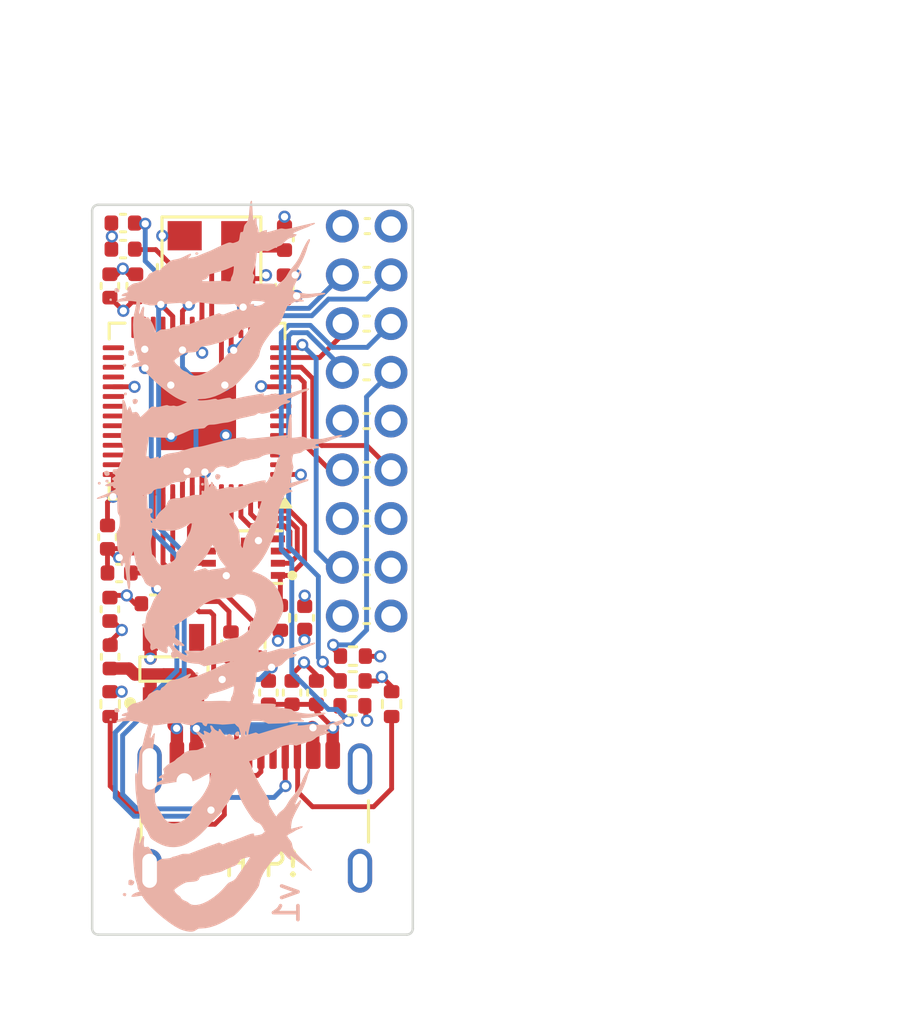
<source format=kicad_pcb>
(kicad_pcb (version 20240108) (generator "pcbnew") (generator_version "8.0")
  (layers (0 "F.Cu" signal) (1 "In1.Cu" signal) (2 "In2.Cu" signal) (31 "B.Cu" signal) (34 "B.Paste" user) (35 "F.Paste" user) (36 "B.SilkS" user "B.Silkscreen") (37 "F.SilkS" user "F.Silkscreen") (38 "B.Mask" user) (39 "F.Mask" user) (44 "Edge.Cuts" user))
  (net 0 "")
  (net 1 "/XOUT")
  (net 2 "/GND")
  (net 3 "/XIN")
  (net 4 "/3V3")
  (net 5 "/1V1")
  (net 6 "/5V")
  (net 7 "/USB_DN")
  (net 8 "Net-(J1-CC1)")
  (net 9 "/USB_DP")
  (net 10 "Net-(J1-CC2)")
  (net 13 "Net-(U3-USB_DP)")
  (net 14 "Net-(U3-USB_DM)")
  (net 15 "/QSPI_SS")
  (net 16 "/QSPI_SD2")
  (net 17 "/QSPI_SD3")
  (net 18 "/QSPI_SCLK")
  (net 19 "/QSPI_SD1")
  (net 20 "/QSPI_SD0")
  (net 45 "/RXD")
  (net 46 "/PLUG")
  (net 47 "/A2")
  (net 48 "/TXD")
  (net 49 "/A0")
  (net 50 "/A1")
  (net 51 "/SCL")
  (net 52 "/RST")
  (net 53 "/SDA")
  (net 55 "/SWCLK")
  (net 56 "/SWD")
  (footprint "Capacitor_SMD:C_0402_1005Metric" (layer "F.Cu") (at 116.03 94.48 90)
    (property "Reference" "C13" (hide yes))
    (property "Value" "0.1uF")
  )
  (footprint "aditBoard:SOT-25-5_L2.9-W1.6-P0.95-LS2.8-BL" (layer "F.Cu") (at 117.7002 99.90205)
    (property "Reference" "U4" (hide yes))
    (property "Value" "AP2112K-3.3TRG1")
  )
  (footprint "Capacitor_SMD:C_0402_1005Metric" (layer "F.Cu") (at 114.99 94.49 90)
    (property "Reference" "C11" (hide yes))
    (property "Value" "0.1uF")
  )
  (footprint "Resistor_SMD:R_0402_1005Metric" (layer "F.Cu") (at 122.09 97.8 90)
    (property "Reference" "R1" (hide yes))
    (property "Value" "10k")
  )
  (footprint "Capacitor_SMD:C_0402_1005Metric" (layer "F.Cu") (at 115.63 82.67)
    (property "Reference" "C2" (hide yes))
    (property "Value" "30pF")
  )
  (footprint "aditBoard:USON8_L2.0-W3.0-P0.50-BL-EP" (layer "F.Cu") (at 120.57 95.31 90)
    (property "Reference" "U2" (hide yes))
    (property "Value" "W25X40CLUXIG TR")
  )
  (footprint "Capacitor_SMD:C_0402_1005Metric" (layer "F.Cu") (at 115.63 81.6)
    (property "Reference" "C7" (hide yes))
    (property "Value" "0.1uF")
  )
  (footprint "aditBoard:PinHeader_2x09_P2.00mm_Horizontal" (layer "F.Cu") (at 124.635 81.725)
    (property "Reference" "J2" (hide yes))
    (property "Value" "Hashboard0")
  )
  (footprint "Capacitor_SMD:C_0402_1005Metric" (layer "F.Cu") (at 116.15 84.18 -90)
    (property "Reference" "C10" (hide yes))
    (property "Value" "0.1uF")
  )
  (footprint "Capacitor_SMD:C_0402_1005Metric" (layer "F.Cu") (at 116.86 97.22)
    (property "Reference" "C18" (hide yes))
    (property "Value" "1uF")
  )
  (footprint "Package_DFN_QFN:QFN-56-1EP_7x7mm_P0.4mm_EP3.2x3.2mm" (layer "F.Cu") (at 118.67 89.3175 180)
    (property "Reference" "U3" (hide yes))
    (property "Value" "RP2040")
  )
  (footprint "Capacitor_SMD:C_0402_1005Metric" (layer "F.Cu") (at 115.09 84.18 -90)
    (property "Reference" "C14" (hide yes))
    (property "Value" "0.1uF")
  )
  (footprint "Capacitor_SMD:C_0402_1005Metric" (layer "F.Cu") (at 121.6 100.87 90)
    (property "Reference" "C6" (hide yes))
    (property "Value" "0.1uF")
  )
  (footprint "aditBoard:OSC-SMD_4P-L3.2-W2.5-BL" (layer "F.Cu") (at 119.26 83)
    (property "Reference" "Y1" (hide yes))
    (property "Value" "12MHz")
  )
  (footprint "Capacitor_SMD:C_0402_1005Metric" (layer "F.Cu") (at 122.25 84.22 -90)
    (property "Reference" "C12" (hide yes))
    (property "Value" "0.1uF")
  )
  (footprint "Capacitor_SMD:C_0402_1005Metric" (layer "F.Cu") (at 122.57 100.87 90)
    (property "Reference" "C5" (hide yes))
    (property "Value" "0.1uF")
  )
  (footprint "Capacitor_SMD:C_0402_1005Metric" (layer "F.Cu") (at 115.1 99.4 90)
    (property "Reference" "C17" (hide yes))
    (property "Value" "1uF")
  )
  (footprint "Resistor_SMD:R_0402_1005Metric" (layer "F.Cu") (at 115.1 101.34 -90)
    (property "Reference" "R4" (hide yes))
    (property "Value" "5.1k")
  )
  (footprint "Resistor_SMD:R_0402_1005Metric" (layer "F.Cu") (at 126.66 101.34 -90)
    (property "Reference" "R5" (hide yes))
    (property "Value" "5.1k")
  )
  (footprint "Capacitor_SMD:C_0402_1005Metric" (layer "F.Cu") (at 123.57 100.87 90)
    (property "Reference" "C16" (hide yes))
    (property "Value" "0.1uF")
  )
  (footprint "Resistor_SMD:R_0402_1005Metric" (layer "F.Cu") (at 120.06 98.89 90)
    (property "Reference" "R3" (hide yes))
    (property "Value" "33")
  )
  (footprint "Capacitor_SMD:C_0402_1005Metric" (layer "F.Cu") (at 122.26 82.23 -90)
    (property "Reference" "C4" (hide yes))
    (property "Value" "30pF")
  )
  (footprint "Resistor_SMD:R_0402_1005Metric" (layer "F.Cu") (at 121.08 98.89 90)
    (property "Reference" "R2" (hide yes))
    (property "Value" "33")
  )
  (footprint "Resistor_SMD:R_0402_1005Metric" (layer "F.Cu") (at 125.07 99.37)
    (property "Reference" "R27" (hide yes))
    (property "Value" "4.7K")
  )
  (footprint "Resistor_SMD:R_0402_1005Metric" (layer "F.Cu") (at 125.05 101.41)
    (property "Reference" "R29" (hide yes))
    (property "Value" "4.7K")
  )
  (footprint "Capacitor_SMD:C_0402_1005Metric" (layer "F.Cu") (at 123.09 97.8 -90)
    (property "Reference" "C15" (hide yes))
    (property "Value" "0.1uF")
  )
  (footprint "aditBoard:USB_C_Receptacle_GCT_USB4105-xx-A_16P_TopMnt_Horizontal" (layer "F.Cu") (at 121.04 107.105)
    (property "Reference" "J1" (hide yes))
    (property "Value" "USB_C_Receptacle_USB2.0")
  )
  (footprint "Capacitor_SMD:C_0402_1005Metric" (layer "F.Cu") (at 115.09 97.45 -90)
    (property "Reference" "C9" (hide yes))
    (property "Value" "1uF")
  )
  (footprint "Resistor_SMD:R_0402_1005Metric" (layer "F.Cu") (at 125.06 100.39 180)
    (property "Reference" "R25" (hide yes))
    (property "Value" "4.7K")
  )
  (footprint "Capacitor_SMD:C_0402_1005Metric" (layer "F.Cu") (at 115.47 95.96)
    (property "Reference" "C8" (hide yes))
    (property "Value" "1uF")
  )
  (footprint "aditBoard:logo" (layer "B.Cu") (at 119.75 95.67 -90)
    (property "Reference" "G***" (hide yes))
    (property "Value" "LOGO" (hide yes))
  )
  (gr_arc (start 114.36 81.1) (mid 114.433223 80.923223) (end 114.61 80.85) (stroke (width 0.1)) (layer "Edge.Cuts"))
  (gr_line (start 114.61 80.85) (end 127.28 80.85) (stroke (width 0.1)) (layer "Edge.Cuts"))
  (gr_arc (start 114.61 110.8) (mid 114.433223 110.726777) (end 114.36 110.55) (stroke (width 0.1)) (layer "Edge.Cuts"))
  (gr_arc (start 127.28 80.85) (mid 127.456777 80.923223) (end 127.53 81.1) (stroke (width 0.1)) (layer "Edge.Cuts"))
  (gr_line (start 127.53 81.1) (end 127.53 110.55) (stroke (width 0.1)) (layer "Edge.Cuts"))
  (gr_line (start 127.28 110.8) (end 114.61 110.8) (stroke (width 0.1)) (layer "Edge.Cuts"))
  (gr_line (start 114.36 110.55) (end 114.36 81.1) (stroke (width 0.1)) (layer "Edge.Cuts"))
  (gr_arc (start 127.53 110.55) (mid 127.456777 110.726777) (end 127.28 110.8) (stroke (width 0.1)) (layer "Edge.Cuts"))
  (gr_text "v1" (at 122.94 108.56 90) (layer "B.SilkS") (effects (font (size 1 1)) (justify left bottom mirror)))
  (gr_text "HtP!" (at 119.65 108.5 0) (layer "F.SilkS") (effects (font (size 1 1)) (justify left bottom)))
  (segment (start 118.87 85.88) (end 118.87 84.59) (width 0.2) (layer "F.Cu") (net 1))
  (segment (start 118.87 84.59) (end 118.16 83.88) (width 0.2) (layer "F.Cu") (net 1))
  (segment (start 118.16 83.88) (end 116.97 82.69) (width 0.2) (layer "F.Cu") (net 1))
  (segment (start 116.97 82.69) (end 116.11 82.69) (width 0.2) (layer "F.Cu") (net 1))
  (segment (start 114.99 95.96) (end 114.99 95.81) (width 0.2) (layer "F.Cu") (net 2))
  (segment (start 117.84 103.425) (end 117.84 102.34) (width 0.508) (layer "F.Cu") (net 2))
  (segment (start 122.69 83.74) (end 122.7 83.73) (width 0.2) (layer "F.Cu") (net 2))
  (segment (start 115.47 95.33) (end 115.35 95.33) (width 0.2) (layer "F.Cu") (net 2))
  (segment (start 115.09 98.71) (end 115.17 98.71) (width 0.2) (layer "F.Cu") (net 2))
  (segment (start 114.99 94.97) (end 114.99 95.96) (width 0.2) (layer "F.Cu") (net 2))
  (segment (start 126.09 100.39) (end 126.26 100.22) (width 0.2) (layer "F.Cu") (net 2))
  (segment (start 115.15 81.6) (end 115.15 82.13) (width 0.2) (layer "F.Cu") (net 2))
  (segment (start 120.57 95.25) (end 121.19 94.63) (width 0.2) (layer "F.Cu") (net 2))
  (segment (start 123.57 101.35) (end 122.57 101.35) (width 0.2) (layer "F.Cu") (net 2))
  (segment (start 125.6 101.42) (end 125.6 101.97) (width 0.2) (layer "F.Cu") (net 2))
  (segment (start 126.66 100.62) (end 126.26 100.22) (width 0.2) (layer "F.Cu") (net 2))
  (segment (start 117.83 102.33) (end 117.71 102.21) (width 0.508) (layer "F.Cu") (net 2))
  (segment (start 123.58 101.64) (end 124.25 102.31) (width 0.2) (layer "F.Cu") (net 2))
  (segment (start 120.57 95.31) (end 120.57 95.25) (width 0.2) (layer "F.Cu") (net 2))
  (segment (start 117.34 96.9) (end 117.04 96.6) (width 0.2) (layer "F.Cu") (net 2))
  (segment (start 117.71 102.21) (end 117.71 101.2898) (width 0.508) (layer "F.Cu") (net 2))
  (segment (start 115.15 82.13) (end 115.17 82.15) (width 0.2) (layer "F.Cu") (net 2))
  (segment (start 121.36 83.88) (end 121.5 83.74) (width 0.2) (layer "F.Cu") (net 2))
  (segment (start 119.67 88.3175) (end 118.67 89.3175) (width 0.2) (layer "F.Cu") (net 2))
  (segment (start 120.36 83.88) (end 121.36 83.88) (width 0.2) (layer "F.Cu") (net 2))
  (segment (start 115.34 83.75) (end 115.62 83.47) (width 0.2) (layer "F.Cu") (net 2))
  (segment (start 115.1 97.84) (end 115.12 97.84) (width 0.2) (layer "F.Cu") (net 2))
  (segment (start 124.24 103.425) (end 124.24 102.32) (width 0.508) (layer "F.Cu") (net 2))
  (segment (start 115.12 97.84) (end 115.58 98.3) (width 0.2) (layer "F.Cu") (net 2))
  (segment (start 115 94.96) (end 114.99 94.97) (width 0.2) (layer "F.Cu") (net 2))
  (segment (start 119.67 88.11) (end 119.81 88.25) (width 0.2) (layer "F.Cu") (net 2))
  (segment (start 116.16 83.74) (end 115.89 83.74) (width 0.2) (layer "F.Cu") (net 2))
  (segment (start 121.26 94.56) (end 121.19 94.63) (width 0.2) (layer "F.Cu") (net 2))
  (segment (start 126.66 100.83) (end 126.66 100.62) (width 0.2) (layer "F.Cu") (net 2))
  (segment (start 122.57 101.35) (end 121.6 101.35) (width 0.2) (layer "F.Cu") (net 2))
  (segment (start 125.57 100.39) (end 126.09 100.39) (width 0.2) (layer "F.Cu") (net 2))
  (segment (start 119.67 85.88) (end 119.67 88.11) (width 0.2) (layer "F.Cu") (net 2))
  (segment (start 121.99 94.56) (end 121.26 94.56) (width 0.2) (layer "F.Cu") (net 2))
  (segment (start 117.34 97.22) (end 117.34 96.9) (width 0.2) (layer "F.Cu") (net 2))
  (segment (start 125.6 101.97) (end 125.65 102.02) (width 0.2) (layer "F.Cu") (net 2))
  (segment (start 115.15 82.17) (end 115.17 82.15) (width 0.2) (layer "F.Cu") (net 2))
  (segment (start 117.84 102.34) (end 117.83 102.33) (width 0.508) (layer "F.Cu") (net 2))
  (segment (start 119.81 88.25) (end 119.67 88.3175) (width 0.2) (layer "F.Cu") (net 2))
  (segment (start 117.24 82.12) (end 118.16 82.12) (width 0.2) (layer "F.Cu") (net 2))
  (segment (start 115.17 98.71) (end 115.58 98.3) (width 0.2) (layer "F.Cu") (net 2))
  (segment (start 115.1 100.83) (end 115.57 100.83) (width 0.2) (layer "F.Cu") (net 2))
  (segment (start 115.35 95.33) (end 114.99 94.97) (width 0.2) (layer "F.Cu") (net 2))
  (segment (start 123.58 101.3) (end 123.58 101.64) (width 0.2) (layer "F.Cu") (net 2))
  (segment (start 116.03 94.96) (end 115 94.96) (width 0.2) (layer "F.Cu") (net 2))
  (segment (start 117.71 101.2898) (end 117.7002 101.28) (width 0.508) (layer "F.Cu") (net 2))
  (segment (start 115.89 83.74) (end 115.62 83.47) (width 0.2) (layer "F.Cu") (net 2))
  (segment (start 115.1 83.75) (end 115.34 83.75) (width 0.2) (layer "F.Cu") (net 2))
  (segment (start 122.26 81.75) (end 122.26 81.34) (width 0.2) (layer "F.Cu") (net 2))
  (segment (start 124.24 102.32) (end 124.25 102.31) (width 0.508) (layer "F.Cu") (net 2))
  (segment (start 123.09 97.32) (end 123.09 96.89) (width 0.2) (layer "F.Cu") (net 2))
  (segment (start 115.15 82.69) (end 115.15 82.17) (width 0.2) (layer "F.Cu") (net 2))
  (segment (start 125.6 99.38) (end 126.19 99.38) (width 0.2) (layer "F.Cu") (net 2))
  (segment (start 122.25 83.74) (end 122.69 83.74) (width 0.2) (layer "F.Cu") (net 2))
  (via (at 126.26 100.22) (size 0.5) (drill 0.3) (layers "F.Cu" "B.Cu") (net 2))
  (via (at 115.47 95.33) (size 0.5) (drill 0.3) (layers "F.Cu" "B.Cu") (net 2))
  (via (at 124.25 102.31) (size 0.5) (drill 0.3) (layers "F.Cu" "B.Cu") (net 2))
  (via (at 117.24 82.12) (size 0.5) (drill 0.3) (layers "F.Cu" "B.Cu") (net 2))
  (via (at 117.59 88.25) (size 0.5) (drill 0.3) (layers "F.Cu" "B.Cu") (net 2))
  (via (at 119.85 90.31) (size 0.5) (drill 0.3) (layers "F.Cu" "B.Cu") (net 2))
  (via (at 121.5 83.74) (size 0.5) (drill 0.3) (layers "F.Cu" "B.Cu") (net 2))
  (via (at 115.58 98.3) (size 0.5) (drill 0.3) (layers "F.Cu" "B.Cu") (net 2))
  (via (at 115.57 100.83) (size 0.5) (drill 0.3) (layers "F.Cu" "B.Cu") (net 2))
  (via (at 117.83 102.33) (size 0.5) (drill 0.3) (layers "F.Cu" "B.Cu") (net 2))
  (via (at 122.7 83.73) (size 0.5) (drill 0.3) (layers "F.Cu" "B.Cu") (net 2))
  (via (at 123.09 96.89) (size 0.5) (drill 0.3) (layers "F.Cu" "B.Cu") (net 2))
  (via (at 117.04 96.6) (size 0.5) (drill 0.3) (layers "F.Cu" "B.Cu") (net 2))
  (via (at 115.62 83.47) (size 0.5) (drill 0.3) (layers "F.Cu" "B.Cu") (net 2))
  (via (at 122.26 81.34) (size 0.5) (drill 0.3) (layers "F.Cu" "B.Cu") (net 2))
  (via (at 126.19 99.38) (size 0.5) (drill 0.3) (layers "F.Cu" "B.Cu") (net 2))
  (via (at 115.17 82.15) (size 0.5) (drill 0.3) (layers "F.Cu" "B.Cu") (net 2))
  (via (at 117.6 90.34) (size 0.5) (drill 0.3) (layers "F.Cu" "B.Cu") (net 2))
  (via (at 119.81 88.25) (size 0.5) (drill 0.3) (layers "F.Cu" "B.Cu") (net 2))
  (via (at 121.19 94.63) (size 0.5) (drill 0.3) (layers "F.Cu" "B.Cu") (net 2))
  (via (at 125.65 102.02) (size 0.5) (drill 0.3) (layers "F.Cu" "B.Cu") (net 2))
  (segment (start 119.27 85.88) (end 119.27 83.21) (width 0.2) (layer "F.Cu") (net 3))
  (segment (start 122.26 82.71) (end 120.95 82.71) (width 0.2) (layer "F.Cu") (net 3))
  (segment (start 120.95 82.71) (end 120.36 82.12) (width 0.2) (layer "F.Cu") (net 3))
  (segment (start 119.27 83.21) (end 120.36 82.12) (width 0.2) (layer "F.Cu") (net 3))
  (segment (start 121.3 88.3) (end 121.3175 88.3175) (width 0.2) (layer "F.Cu") (net 4))
  (segment (start 119.86 96.06) (end 119.87 96.07) (width 0.2) (layer "F.Cu") (net 4))
  (segment (start 118.47 85.88) (end 118.47 86.51) (width 0.2) (layer "F.Cu") (net 4))
  (segment (start 122.1075 91.9175) (end 122.9175 91.9175) (width 0.2) (layer "F.Cu") (net 4))
  (segment (start 116.52 86.78) (end 116.87 86.43) (width 0.2) (layer "F.Cu") (net 4))
  (segment (start 123.09 98.28) (end 123.09 98.7) (width 0.2) (layer "F.Cu") (net 4))
  (segment (start 118.47 92) (end 118.26 91.79) (width 0.2) (layer "F.Cu") (net 4))
  (segment (start 122.56 100.35) (end 122.56 100.13) (width 0.2) (layer "F.Cu") (net 4))
  (segment (start 116.87 86.43) (end 116.87 85.88) (width 0.2) (layer "F.Cu") (net 4))
  (segment (start 116.7604 99.4596) (end 116.75 99.47) (width 0.508) (layer "F.Cu") (net 4))
  (segment (start 122 98.73) (end 121.99 98.74) (width 0.2) (layer "F.Cu") (net 4))
  (segment (start 118.47 92.755) (end 118.47 92) (width 0.2) (layer "F.Cu") (net 4))
  (segment (start 116.0975 88.3175) (end 116.1 88.32) (width 0.2) (layer "F.Cu") (net 4))
  (segment (start 122.76 84.59) (end 122.36 84.59) (width 0.2) (layer "F.Cu") (net 4))
  (segment (start 122 98.33) (end 122 98.73) (width 0.2) (layer "F.Cu") (net 4))
  (segment (start 118.07 91.98) (end 118.26 91.79) (width 0.2) (layer "F.Cu") (net 4))
  (segment (start 121.3175 88.3175) (end 122.1075 88.3175) (width 0.2) (layer "F.Cu") (net 4))
  (segment (start 122.56 100.13) (end 123.06 99.63) (width 0.2) (layer "F.Cu") (net 4))
  (segment (start 115.2325 88.3175) (end 116.0975 88.3175) (width 0.2) (layer "F.Cu") (net 4))
  (segment (start 116.12 97.22) (end 115.78 96.88) (width 0.2) (layer "F.Cu") (net 4))
  (segment (start 116.47 92.755) (end 116.07 92.755) (width 0.2) (layer "F.Cu") (net 4))
  (segment (start 118.07 92.755) (end 118.07 91.98) (width 0.2) (layer "F.Cu") (net 4))
  (segment (start 115.1 96.88) (end 115.78 96.88) (width 0.2) (layer "F.Cu") (net 4))
  (segment (start 115.295 92.755) (end 115.22 92.83) (width 0.2) (layer "F.Cu") (net 4))
  (segment (start 116.07 92.755) (end 115.295 92.755) (width 0.2) (layer "F.Cu") (net 4))
  (segment (start 114.99 94.01) (end 114.99 93.06) (width 0.2) (layer "F.Cu") (net 4))
  (segment (start 122.36 84.59) (end 122.25 84.7) (width 0.2) (layer "F.Cu") (net 4))
  (segment (start 123.58 100.34) (end 123.58 100.15) (width 0.2) (layer "F.Cu") (net 4))
  (segment (start 115.2325 92.8175) (end 115.22 92.83) (width 0.2) (layer "F.Cu") (net 4))
  (segment (start 119.15 96.06) (end 119.86 96.06) (width 0.2) (layer "F.Cu") (net 4))
  (segment (start 116.16 84.7) (end 116.14 84.7) (width 0.2) (layer "F.Cu") (net 4))
  (segment (start 122.9175 91.9175) (end 122.93 91.93) (width 0.2) (layer "F.Cu") (net 4))
  (segment (start 116.07 93.96) (end 116.07 92.755) (width 0.2) (layer "F.Cu") (net 4))
  (segment (start 116.14 84.7) (end 115.64 85.2) (width 0.2) (layer "F.Cu") (net 4))
  (segment (start 115.2325 91.9175) (end 115.2325 92.8175) (width 0.2) (layer "F.Cu") (net 4))
  (segment (start 115.15 84.71) (end 115.64 85.2) (width 0.2) (layer "F.Cu") (net 4))
  (segment (start 116.7604 98.5241) (end 116.7604 99.4596) (width 0.508) (layer "F.Cu") (net 4))
  (segment (start 123.58 100.15) (end 123.06 99.63) (width 0.2) (layer "F.Cu") (net 4))
  (segment (start 115.1 84.71) (end 115.15 84.71) (width 0.2) (layer "F.Cu") (net 4))
  (segment (start 116.03 94) (end 116.07 93.96) (width 0.2) (layer "F.Cu") (net 4))
  (segment (start 114.99 93.06) (end 115.22 92.83) (width 0.2) (layer "F.Cu") (net 4))
  (segment (start 118.47 86.51) (end 118.88 86.92) (width 0.2) (layer "F.Cu") (net 4))
  (segment (start 123.09 98.7) (end 123.08 98.71) (width 0.2) (layer "F.Cu") (net 4))
  (segment (start 116.38 97.22) (end 116.12 97.22) (width 0.2) (layer "F.Cu") (net 4))
  (via (at 116.1 88.32) (size 0.5) (drill 0.3) (layers "F.Cu" "B.Cu") (net 4))
  (via (at 118.26 91.79) (size 0.5) (drill 0.3) (layers "F.Cu" "B.Cu") (net 4))
  (via (at 118.88 86.92) (size 0.5) (drill 0.3) (layers "F.Cu" "B.Cu") (net 4))
  (via (at 122.93 91.93) (size 0.5) (drill 0.3) (layers "F.Cu" "B.Cu") (net 4))
  (via (at 116.75 99.47) (size 0.5) (drill 0.3) (layers "F.Cu" "B.Cu") (net 4))
  (via (at 123.06 99.63) (size 0.5) (drill 0.3) (layers "F.Cu" "B.Cu") (net 4))
  (via (at 119.87 96.07) (size 0.5) (drill 0.3) (layers "F.Cu" "B.Cu") (net 4))
  (via (at 123.08 98.71) (size 0.5) (drill 0.3) (layers "F.Cu" "B.Cu") (net 4))
  (via (at 122.76 84.59) (size 0.5) (drill 0.3) (layers "F.Cu" "B.Cu") (net 4))
  (via (at 116.52 86.78) (size 0.5) (drill 0.3) (layers "F.Cu" "B.Cu") (net 4))
  (via (at 115.78 96.88) (size 0.5) (drill 0.3) (layers "F.Cu" "B.Cu") (net 4))
  (via (at 121.3 88.3) (size 0.5) (drill 0.3) (layers "F.Cu" "B.Cu") (net 4))
  (via (at 121.99 98.74) (size 0.5) (drill 0.3) (layers "F.Cu" "B.Cu") (net 4))
  (via (at 115.22 92.83) (size 0.5) (drill 0.3) (layers "F.Cu" "B.Cu") (net 4))
  (via (at 115.64 85.2) (size 0.5) (drill 0.3) (layers "F.Cu" "B.Cu") (net 4))
  (segment (start 121.6 100.39) (end 121.6 99.96) (width 0.2) (layer "F.Cu") (net 5))
  (segment (start 116.87 95.04) (end 116.87 95.66) (width 0.2) (layer "F.Cu") (net 5))
  (segment (start 116.88 91.94) (end 116.88 92.745) (width 0.2) (layer "F.Cu") (net 5))
  (segment (start 116.87 92.755) (end 116.87 95.04) (width 0.2) (layer "F.Cu") (net 5))
  (segment (start 116.54 81.63) (end 116.14 81.63) (width 0.2) (layer "F.Cu") (net 5))
  (segment (start 118.07 85.88) (end 118.07 85.21) (width 0.2) (layer "F.Cu") (net 5))
  (segment (start 118.87 92.755) (end 118.87 91.94) (width 0.2) (layer "F.Cu") (net 5))
  (segment (start 118.47 91.29) (end 118.99 91.81) (width 0.2) (layer "F.Cu") (net 5))
  (segment (start 119.35 99.98) (end 119.7 100.33) (width 0.2) (layer "F.Cu") (net 5))
  (segment (start 116.14 81.63) (end 116.11 81.6) (width 0.2) (layer "F.Cu") (net 5))
  (segment (start 117.53 91.29) (end 118.47 91.29) (width 0.2) (layer "F.Cu") (net 5))
  (segment (start 118.99 91.81) (end 118.99 91.82) (width 0.2) (layer "F.Cu") (net 5))
  (segment (start 118.87 91.94) (end 118.99 91.82) (width 0.2) (layer "F.Cu") (net 5))
  (segment (start 119.35 97.69) (end 119.35 99.98) (width 0.2) (layer "F.Cu") (net 5))
  (segment (start 116.88 91.94) (end 117.53 91.29) (width 0.2) (layer "F.Cu") (net 5))
  (segment (start 119.21 97.55) (end 119.35 97.69) (width 0.2) (layer "F.Cu") (net 5))
  (segment (start 118.07 85.88) (end 118.07 86.81) (width 0.2) (layer "F.Cu") (net 5))
  (segment (start 116.87 95.66) (end 116.57 95.96) (width 0.2) (layer "F.Cu") (net 5))
  (segment (start 118.76 97.55) (end 119.21 97.55) (width 0.2) (layer "F.Cu") (net 5))
  (segment (start 116.87 95.66) (end 118.76 97.55) (width 0.2) (layer "F.Cu") (net 5))
  (segment (start 121.6 99.96) (end 121.73 99.83) (width 0.2) (layer "F.Cu") (net 5))
  (segment (start 116.57 95.96) (end 115.95 95.96) (width 0.2) (layer "F.Cu") (net 5))
  (segment (start 116.88 92.745) (end 116.87 92.755) (width 0.2) (layer "F.Cu") (net 5))
  (segment (start 118.07 85.21) (end 118.33 84.95) (width 0.2) (layer "F.Cu") (net 5))
  (via (at 116.54 81.63) (size 0.5) (drill 0.3) (layers "F.Cu" "B.Cu") (net 5))
  (via (at 119.7 100.33) (size 0.5) (drill 0.3) (layers "F.Cu" "B.Cu") (net 5))
  (via (at 121.73 99.83) (size 0.5) (drill 0.3) (layers "F.Cu" "B.Cu") (net 5))
  (via (at 118.99 91.82) (size 0.5) (drill 0.3) (layers "F.Cu" "B.Cu") (net 5))
  (via (at 118.33 84.95) (size 0.5) (drill 0.3) (layers "F.Cu" "B.Cu") (net 5))
  (via (at 118.07 86.81) (size 0.5) (drill 0.3) (layers "F.Cu" "B.Cu") (net 5))
  (segment (start 119.7 100.33) (end 121.23 100.33) (width 0.2) (layer "B.Cu") (net 5))
  (segment (start 116.54 83.16) (end 116.54 81.63) (width 0.2) (layer "B.Cu") (net 5))
  (segment (start 118.76 91.582893) (end 118.76 91.59) (width 0.2) (layer "B.Cu") (net 5))
  (segment (start 118.624541 88.084541) (end 118.624541 91.447434) (width 0.2) (layer "B.Cu") (net 5))
  (segment (start 118.07 86.81) (end 118.07 87.53) (width 0.2) (layer "B.Cu") (net 5))
  (segment (start 118.624541 91.447434) (end 118.76 91.582893) (width 0.2) (layer "B.Cu") (net 5))
  (segment (start 118.76 91.59) (end 118.99 91.82) (width 0.2) (layer "B.Cu") (net 5))
  (segment (start 118.33 84.95) (end 116.54 83.16) (width 0.2) (layer "B.Cu") (net 5))
  (segment (start 118.07 87.53) (end 118.624541 88.084541) (width 0.2) (layer "B.Cu") (net 5))
  (segment (start 121.23 100.33) (end 121.73 99.83) (width 0.2) (layer "B.Cu") (net 5))
  (segment (start 116.7604 100.7996) (end 116.7604 101.28) (width 0.508) (layer "F.Cu") (net 6))
  (segment (start 117.29 100.12) (end 117.286 100.124) (width 0.508) (layer "F.Cu") (net 6))
  (segment (start 118.64 103.425) (end 118.64 102.34) (width 0.508) (layer "F.Cu") (net 6))
  (segment (start 118.29 100.12) (end 117.29 100.12) (width 0.508) (layer "F.Cu") (net 6))
  (segment (start 118.64 100.47) (end 118.29 100.12) (width 0.508) (layer "F.Cu") (net 6))
  (segment (start 116.114 100.124) (end 116.7604 100.124) (width 0.508) (layer "F.Cu") (net 6))
  (segment (start 123.44 102.32) (end 123.43 102.31) (width 0.508) (layer "F.Cu") (net 6))
  (segment (start 118.64 102.34) (end 118.64 100.47) (width 0.508) (layer "F.Cu") (net 6))
  (segment (start 117.286 100.124) (end 116.7604 100.124) (width 0.508) (layer "F.Cu") (net 6))
  (segment (start 123.44 103.425) (end 123.44 102.32) (width 0.508) (layer "F.Cu") (net 6))
  (segment (start 123.43 102.31) (end 123.4004 102.2804) (width 0.508) (layer "F.Cu") (net 6))
  (segment (start 115.87 99.88) (end 116.114 100.124) (width 0.508) (layer "F.Cu") (net 6))
  (segment (start 115.1 99.88) (end 115.87 99.88) (width 0.508) (layer "F.Cu") (net 6))
  (segment (start 116.7604 100.124) (end 116.7604 100.7996) (width 0.508) (layer "F.Cu") (net 6))
  (via (at 123.43 102.31) (size 0.5) (drill 0.3) (layers "F.Cu" "B.Cu") (net 6))
  (via (at 118.64 102.34) (size 0.5) (drill 0.3) (layers "F.Cu" "B.Cu") (net 6))
  (segment (start 118.64 102.34) (end 123.4 102.34) (width 0.508) (layer "B.Cu") (net 6))
  (segment (start 123.4 102.34) (end 123.43 102.31) (width 0.508) (layer "B.Cu") (net 6))
  (segment (start 120.29 104.12) (end 120.29 103.425) (width 0.2) (layer "F.Cu") (net 7))
  (segment (start 120.44 104.27) (end 120.29 104.12) (width 0.2) (layer "F.Cu") (net 7))
  (segment (start 121.29 104.12) (end 121.14 104.27) (width 0.2) (layer "F.Cu") (net 7))
  (segment (start 121.29 103.425) (end 121.29 104.12) (width 0.2) (layer "F.Cu") (net 7))
  (segment (start 121.14 104.27) (end 120.44 104.27) (width 0.2) (layer "F.Cu") (net 7))
  (segment (start 120.01 99.43) (end 119.98 99.43) (width 0.2) (layer "F.Cu") (net 7))
  (segment (start 120.29 103.425) (end 120.29 99.71) (width 0.2) (layer "F.Cu") (net 7))
  (segment (start 120.29 99.71) (end 120.01 99.43) (width 0.2) (layer "F.Cu") (net 7))
  (segment (start 116.67 106.27) (end 115.1 104.7) (width 0.2) (layer "F.Cu") (net 8))
  (segment (start 115.1 104.7) (end 115.1 101.85) (width 0.2) (layer "F.Cu") (net 8))
  (segment (start 119.79 103.425) (end 119.79 105.88) (width 0.2) (layer "F.Cu") (net 8))
  (segment (start 119.79 105.88) (end 119.4 106.27) (width 0.2) (layer "F.Cu") (net 8))
  (segment (start 119.4 106.27) (end 116.67 106.27) (width 0.2) (layer "F.Cu") (net 8))
  (segment (start 120.79 99.69) (end 121.08 99.4) (width 0.2) (layer "F.Cu") (net 9))
  (segment (start 120.79 103.425) (end 120.79 102.58) (width 0.2) (layer "F.Cu") (net 9))
  (segment (start 121.79 102.68) (end 121.69 102.58) (width 0.2) (layer "F.Cu") (net 9))
  (segment (start 121.69 102.58) (end 120.79 102.58) (width 0.2) (layer "F.Cu") (net 9))
  (segment (start 121.79 103.425) (end 121.79 102.68) (width 0.2) (layer "F.Cu") (net 9))
  (segment (start 120.79 102.58) (end 120.79 99.69) (width 0.2) (layer "F.Cu") (net 9))
  (segment (start 122.8 103.435) (end 122.79 103.425) (width 0.2) (layer "F.Cu") (net 10))
  (segment (start 123.41 105.55) (end 122.8 104.94) (width 0.2) (layer "F.Cu") (net 10))
  (segment (start 125.92 105.55) (end 123.41 105.55) (width 0.2) (layer "F.Cu") (net 10))
  (segment (start 126.66 101.85) (end 126.66 104.81) (width 0.2) (layer "F.Cu") (net 10))
  (segment (start 122.8 104.94) (end 122.8 103.435) (width 0.2) (layer "F.Cu") (net 10))
  (segment (start 126.66 104.81) (end 125.92 105.55) (width 0.2) (layer "F.Cu") (net 10))
  (segment (start 119.78 96.77) (end 121.08 98.07) (width 0.2) (layer "F.Cu") (net 13))
  (segment (start 121.08 98.07) (end 121.08 98.38) (width 0.2) (layer "F.Cu") (net 13))
  (segment (start 119 96.77) (end 119.78 96.77) (width 0.2) (layer "F.Cu") (net 13))
  (segment (start 117.67 95.44) (end 119 96.77) (width 0.2) (layer "F.Cu") (net 13))
  (segment (start 117.67 92.755) (end 117.67 95.44) (width 0.2) (layer "F.Cu") (net 13))
  (segment (start 118.84 97.13) (end 119.57 97.13) (width 0.2) (layer "F.Cu") (net 14))
  (segment (start 117.27 92.755) (end 117.27 95.56) (width 0.2) (layer "F.Cu") (net 14))
  (segment (start 119.98 97.54) (end 119.98 98.41) (width 0.2) (layer "F.Cu") (net 14))
  (segment (start 117.27 95.56) (end 118.84 97.13) (width 0.2) (layer "F.Cu") (net 14))
  (segment (start 119.57 97.13) (end 119.98 97.54) (width 0.2) (layer "F.Cu") (net 14))
  (segment (start 122.48 96.06) (end 123.0848 95.4552) (width 0.2) (layer "F.Cu") (net 15))
  (segment (start 122.09 97.29) (end 122.09 96.16) (width 0.2) (layer "F.Cu") (net 15))
  (segment (start 123.0848 95.4552) (end 123.0848 94.011747) (width 0.2) (layer "F.Cu") (net 15))
  (segment (start 122.489854 93.4168) (end 121.44 93.4168) (width 0.2) (layer "F.Cu") (net 15))
  (segment (start 123.0848 94.011747) (end 122.489854 93.4168) (width 0.2) (layer "F.Cu") (net 15))
  (segment (start 121.99 96.06) (end 122.48 96.06) (width 0.2) (layer "F.Cu") (net 15))
  (segment (start 122.09 96.16) (end 121.99 96.06) (width 0.2) (layer "F.Cu") (net 15))
  (segment (start 121.44 93.4168) (end 121.27 93.2468) (width 0.2) (layer "F.Cu") (net 15))
  (segment (start 121.27 93.2468) (end 121.27 92.755) (width 0.2) (layer "F.Cu") (net 15))
  (segment (start 122.48 95.06) (end 122.4816 95.0584) (width 0.2) (layer "F.Cu") (net 16))
  (segment (start 120.47 93.65) (end 120.47 92.755) (width 0.2) (layer "F.Cu") (net 16))
  (segment (start 121.99 95.06) (end 122.48 95.06) (width 0.2) (layer "F.Cu") (net 16))
  (segment (start 122.24 94.02) (end 120.84 94.02) (width 0.2) (layer "F.Cu") (net 16))
  (segment (start 120.84 94.02) (end 120.47 93.65) (width 0.2) (layer "F.Cu") (net 16))
  (segment (start 122.4816 94.2616) (end 122.24 94.02) (width 0.2) (layer "F.Cu") (net 16))
  (segment (start 122.4816 95.0584) (end 122.4816 94.2616) (width 0.2) (layer "F.Cu") (net 16))
  (segment (start 118.3568 95.2568) (end 118.66 95.56) (width 0.2) (layer "F.Cu") (net 17))
  (segment (start 118.3568 94.093473) (end 118.3568 95.2568) (width 0.2) (layer "F.Cu") (net 17))
  (segment (start 118.533473 93.9168) (end 118.3568 94.093473) (width 0.2) (layer "F.Cu") (net 17))
  (segment (start 119.196674 93.9168) (end 118.533473 93.9168) (width 0.2) (layer "F.Cu") (net 17))
  (segment (start 119.27 93.843474) (end 119.196674 93.9168) (width 0.2) (layer "F.Cu") (net 17))
  (segment (start 119.27 92.755) (end 119.27 93.843474) (width 0.2) (layer "F.Cu") (net 17))
  (segment (start 118.66 95.56) (end 119.15 95.56) (width 0.2) (layer "F.Cu") (net 17))
  (segment (start 119.67 92.755) (end 119.67 93.87) (width 0.2) (layer "F.Cu") (net 18))
  (segment (start 119.3216 94.2184) (end 118.6584 94.2184) (width 0.2) (layer "F.Cu") (net 18))
  (segment (start 118.8168 95.06) (end 119.15 95.06) (width 0.2) (layer "F.Cu") (net 18))
  (segment (start 118.6584 94.2184) (end 118.6584 94.9016) (width 0.2) (layer "F.Cu") (net 18))
  (segment (start 119.67 93.87) (end 119.3216 94.2184) (width 0.2) (layer "F.Cu") (net 18))
  (segment (start 118.6584 94.9016) (end 118.8168 95.06) (width 0.2) (layer "F.Cu") (net 18))
  (segment (start 122.7832 95.2568) (end 122.7832 94.136674) (width 0.2) (layer "F.Cu") (net 19))
  (segment (start 122.48 95.56) (end 122.7832 95.2568) (width 0.2) (layer "F.Cu") (net 19))
  (segment (start 121.99 95.56) (end 122.48 95.56) (width 0.2) (layer "F.Cu") (net 19))
  (segment (start 121.06 93.7184) (end 120.87 93.5284) (width 0.2) (layer "F.Cu") (net 19))
  (segment (start 122.7832 94.136674) (end 122.364927 93.7184) (width 0.2) (layer "F.Cu") (net 19))
  (segment (start 120.87 93.5284) (end 120.87 92.755) (width 0.2) (layer "F.Cu") (net 19))
  (segment (start 122.364927 93.7184) (end 121.06 93.7184) (width 0.2) (layer "F.Cu") (net 19))
  (segment (start 120.07 92.755) (end 120.07 93.97) (width 0.2) (layer "F.Cu") (net 20))
  (segment (start 120.07 93.97) (end 119.48 94.56) (width 0.2) (layer "F.Cu") (net 20))
  (segment (start 119.48 94.56) (end 119.15 94.56) (width 0.2) (layer "F.Cu") (net 20))
  (segment (start 122.1075 87.5175) (end 122.954607 87.5175) (width 0.2) (layer "F.Cu") (net 45))
  (segment (start 123.42 87.982893) (end 123.42 90.36) (width 0.2) (layer "F.Cu") (net 45))
  (segment (start 123.42 90.36) (end 123.79 90.73) (width 0.2) (layer "F.Cu") (net 45))
  (segment (start 125.64 90.73) (end 126.635 91.725) (width 0.2) (layer "F.Cu") (net 45))
  (segment (start 122.954607 87.5175) (end 123.42 87.982893) (width 0.2) (layer "F.Cu") (net 45))
  (segment (start 123.79 90.73) (end 125.64 90.73) (width 0.2) (layer "F.Cu") (net 45))
  (segment (start 122.1075 87.1175) (end 123.7025 87.1175) (width 0.2) (layer "F.Cu") (net 46))
  (segment (start 123.7025 87.1175) (end 124.635 86.185) (width 0.2) (layer "F.Cu") (net 46))
  (segment (start 124.635 86.185) (end 124.635 85.725) (width 0.2) (layer "F.Cu") (net 46))
  (segment (start 124.57 101.43) (end 124.58 101.42) (width 0.2) (layer "F.Cu") (net 47))
  (segment (start 124.85 102.02) (end 124.57 101.74) (width 0.2) (layer "F.Cu") (net 47))
  (segment (start 124.87 102.02) (end 124.85 102.02) (width 0.2) (layer "F.Cu") (net 47))
  (segment (start 124.57 101.74) (end 124.57 101.43) (width 0.2) (layer "F.Cu") (net 47))
  (via (at 124.87 102.02) (size 0.5) (drill 0.3) (layers "F.Cu" "B.Cu") (net 47))
  (segment (start 126.635 85.725) (end 125.66 86.7) (width 0.2) (layer "B.Cu") (net 47))
  (segment (start 122.4316 85.7984) (end 122.1284 86.1016) (width 0.2) (layer "B.Cu") (net 47))
  (segment (start 125.66 86.7) (end 124.223633 86.7) (width 0.2) (layer "B.Cu") (net 47))
  (segment (start 122.1284 86.1016) (end 122.1284 95.004926) (width 0.2) (layer "B.Cu") (net 47))
  (segment (start 122.56 100.05) (end 124.07 101.56) (width 0.2) (layer "B.Cu") (net 47))
  (segment (start 123.322033 85.7984) (end 122.4316 85.7984) (width 0.2) (layer "B.Cu") (net 47))
  (segment (start 122.56 95.436526) (end 122.56 100.05) (width 0.2) (layer "B.Cu") (net 47))
  (segment (start 124.223633 86.7) (end 123.322033 85.7984) (width 0.2) (layer "B.Cu") (net 47))
  (segment (start 124.41 101.56) (end 124.87 102.02) (width 0.2) (layer "B.Cu") (net 47))
  (segment (start 124.07 101.56) (end 124.41 101.56) (width 0.2) (layer "B.Cu") (net 47))
  (segment (start 122.1284 95.004926) (end 122.56 95.436526) (width 0.2) (layer "B.Cu") (net 47))
  (segment (start 123.07 88.14) (end 123.07 90.68) (width 0.2) (layer "F.Cu") (net 48))
  (segment (start 122.1075 87.9175) (end 122.8475 87.9175) (width 0.2) (layer "F.Cu") (net 48))
  (segment (start 123.07 90.68) (end 124.115 91.725) (width 0.2) (layer "F.Cu") (net 48))
  (segment (start 124.115 91.725) (end 124.635 91.725) (width 0.2) (layer "F.Cu") (net 48))
  (segment (start 122.8475 87.9175) (end 123.07 88.14) (width 0.2) (layer "F.Cu") (net 48))
  (segment (start 124.26 99.06) (end 124.58 99.38) (width 0.2) (layer "F.Cu") (net 49))
  (segment (start 124.26 98.91) (end 124.26 99.06) (width 0.2) (layer "F.Cu") (net 49))
  (via (at 124.26 98.91) (size 0.5) (drill 0.3) (layers "F.Cu" "B.Cu") (net 49))
  (segment (start 125.63 98.3) (end 125.02 98.91) (width 0.2) (layer "B.Cu") (net 49))
  (segment (start 126.635 87.725) (end 125.63 88.73) (width 0.2) (layer "B.Cu") (net 49))
  (segment (start 125.63 88.73) (end 125.63 98.3) (width 0.2) (layer "B.Cu") (net 49))
  (segment (start 125.02 98.91) (end 124.26 98.91) (width 0.2) (layer "B.Cu") (net 49))
  (segment (start 123.83 99.61) (end 123.83 99.67) (width 0.2) (layer "F.Cu") (net 50))
  (segment (start 123.83 99.67) (end 124.55 100.39) (width 0.2) (layer "F.Cu") (net 50))
  (via (at 123.83 99.61) (size 0.5) (drill 0.3) (layers "F.Cu" "B.Cu") (net 50))
  (segment (start 122.43 94.88) (end 123.65 96.1) (width 0.2) (layer "B.Cu") (net 50))
  (segment (start 122.56 86.1) (end 122.43 86.23) (width 0.2) (layer "B.Cu") (net 50))
  (segment (start 123.65 96.1) (end 123.65 99.43) (width 0.2) (layer "B.Cu") (net 50))
  (segment (start 122.43 86.23) (end 122.43 94.88) (width 0.2) (layer "B.Cu") (net 50))
  (segment (start 123.197107 86.1) (end 122.56 86.1) (width 0.2) (layer "B.Cu") (net 50))
  (segment (start 124.635 87.537893) (end 123.197107 86.1) (width 0.2) (layer "B.Cu") (net 50))
  (segment (start 123.65 99.43) (end 123.83 99.61) (width 0.2) (layer "B.Cu") (net 50))
  (segment (start 124.635 87.725) (end 124.635 87.537893) (width 0.2) (layer "B.Cu") (net 50))
  (segment (start 120.07 86.72) (end 120.17 86.82) (width 0.2) (layer "F.Cu") (net 51))
  (segment (start 120.07 85.88) (end 120.07 86.72) (width 0.2) (layer "F.Cu") (net 51))
  (via (at 120.17 86.82) (size 0.5) (drill 0.3) (layers "F.Cu" "B.Cu") (net 51))
  (segment (start 123.384926 85.4016) (end 124.066526 84.72) (width 0.2) (layer "B.Cu") (net 51))
  (segment (start 120.17 86.82) (end 121.5884 85.4016) (width 0.2) (layer "B.Cu") (net 51))
  (segment (start 125.64 84.72) (end 126.635 83.725) (width 0.2) (layer "B.Cu") (net 51))
  (segment (start 121.5884 85.4016) (end 123.384926 85.4016) (width 0.2) (layer "B.Cu") (net 51))
  (segment (start 124.066526 84.72) (end 125.64 84.72) (width 0.2) (layer "B.Cu") (net 51))
  (segment (start 122.8725 86.7175) (end 122.1075 86.7175) (width 0.2) (layer "F.Cu") (net 52))
  (segment (start 122.99 86.6) (end 122.8725 86.7175) (width 0.2) (layer "F.Cu") (net 52))
  (via (at 122.99 86.6) (size 0.5) (drill 0.3) (layers "F.Cu" "B.Cu") (net 52))
  (segment (start 122.99 86.6) (end 123.56 87.17) (width 0.2) (layer "B.Cu") (net 52))
  (segment (start 123.56 87.17) (end 123.56 95.05) (width 0.2) (layer "B.Cu") (net 52))
  (segment (start 124.235 95.725) (end 124.635 95.725) (width 0.2) (layer "B.Cu") (net 52))
  (segment (start 123.56 95.05) (end 124.235 95.725) (width 0.2) (layer "B.Cu") (net 52))
  (segment (start 120.47 85.88) (end 120.47 85.14) (width 0.2) (layer "F.Cu") (net 53))
  (segment (start 120.47 85.14) (end 120.56 85.05) (width 0.2) (layer "F.Cu") (net 53))
  (via (at 120.56 85.05) (size 0.5) (drill 0.3) (layers "F.Cu" "B.Cu") (net 53))
  (segment (start 120.56 85.05) (end 120.61 85.1) (width 0.2) (layer "B.Cu") (net 53))
  (segment (start 123.26 85.1) (end 124.635 83.725) (width 0.2) (layer "B.Cu") (net 53))
  (segment (start 120.61 85.1) (end 123.26 85.1) (width 0.2) (layer "B.Cu") (net 53))
  (segment (start 122.29 104.69) (end 122.3 104.7) (width 0.2) (layer "F.Cu") (net 55))
  (segment (start 122.29 103.425) (end 122.29 104.69) (width 0.2) (layer "F.Cu") (net 55))
  (segment (start 117.18 84.94) (end 117.67 85.43) (width 0.2) (layer "F.Cu") (net 55))
  (segment (start 117.67 85.43) (end 117.67 85.88) (width 0.2) (layer "F.Cu") (net 55))
  (via (at 122.3 104.7) (size 0.5) (drill 0.3) (layers "F.Cu" "B.Cu") (net 55))
  (via (at 117.18 84.94) (size 0.5) (drill 0.3) (layers "F.Cu" "B.Cu") (net 55))
  (segment (start 118.14 100.096526) (end 118.14 95.139999) (width 0.2) (layer "B.Cu") (net 55))
  (segment (start 119.052893 105.17) (end 118.584493 105.6384) (width 0.2) (layer "B.Cu") (net 55))
  (segment (start 122.3 104.7) (end 121.83 105.17) (width 0.2) (layer "B.Cu") (net 55))
  (segment (start 117.09 94.09) (end 117.09 85.03) (width 0.2) (layer "B.Cu") (net 55))
  (segment (start 118.14 95.139999) (end 117.09 94.09) (width 0.2) (layer "B.Cu") (net 55))
  (segment (start 116.204926 105.6384) (end 115.6116 105.045074) (width 0.2) (layer "B.Cu") (net 55))
  (segment (start 115.6116 105.045074) (end 115.6116 102.624926) (width 0.2) (layer "B.Cu") (net 55))
  (segment (start 115.6116 102.624926) (end 118.14 100.096526) (width 0.2) (layer "B.Cu") (net 55))
  (segment (start 117.09 85.03) (end 117.18 84.94) (width 0.2) (layer "B.Cu") (net 55))
  (segment (start 121.83 105.17) (end 119.052893 105.17) (width 0.2) (layer "B.Cu") (net 55))
  (segment (start 118.584493 105.6384) (end 116.204926 105.6384) (width 0.2) (layer "B.Cu") (net 55))
  (segment (start 119.29 105.64) (end 119.29 103.425) (width 0.2) (layer "F.Cu") (net 56))
  (segment (start 117.27 86.81) (end 117.27 85.88) (width 0.2) (layer "F.Cu") (net 56))
  (segment (start 116.53 87.55) (end 117.27 86.81) (width 0.2) (layer "F.Cu") (net 56))
  (segment (start 119.24 105.69) (end 119.29 105.64) (width 0.2) (layer "F.Cu") (net 56))
  (via (at 119.24 105.69) (size 0.5) (drill 0.3) (layers "F.Cu" "B.Cu") (net 56))
  (via (at 116.53 87.55) (size 0.5) (drill 0.3) (layers "F.Cu" "B.Cu") (net 56))
  (segment (start 117.8384 99.9716) (end 117.8384 95.264926) (width 0.2) (layer "B.Cu") (net 56))
  (segment (start 116.7884 87.8084) (end 116.53 87.55) (width 0.2) (layer "B.Cu") (net 56))
  (segment (start 115.31 102.5) (end 117.8384 99.9716) (width 0.2) (layer "B.Cu") (net 56))
  (segment (start 117.8384 95.264926) (end 116.7884 94.214926) (width 0.2) (layer "B.Cu") (net 56))
  (segment (start 119.24 105.69) (end 118.99 105.94) (width 0.2) (layer "B.Cu") (net 56))
  (segment (start 116.08 105.94) (end 115.31 105.17) (width 0.2) (layer "B.Cu") (net 56))
  (segment (start 118.99 105.94) (end 116.08 105.94) (width 0.2) (layer "B.Cu") (net 56))
  (segment (start 116.7884 94.214926) (end 116.7884 87.8084) (width 0.2) (layer "B.Cu") (net 56))
  (segment (start 115.31 105.17) (end 115.31 102.5) (width 0.2) (layer "B.Cu") (net 56))
)
</source>
